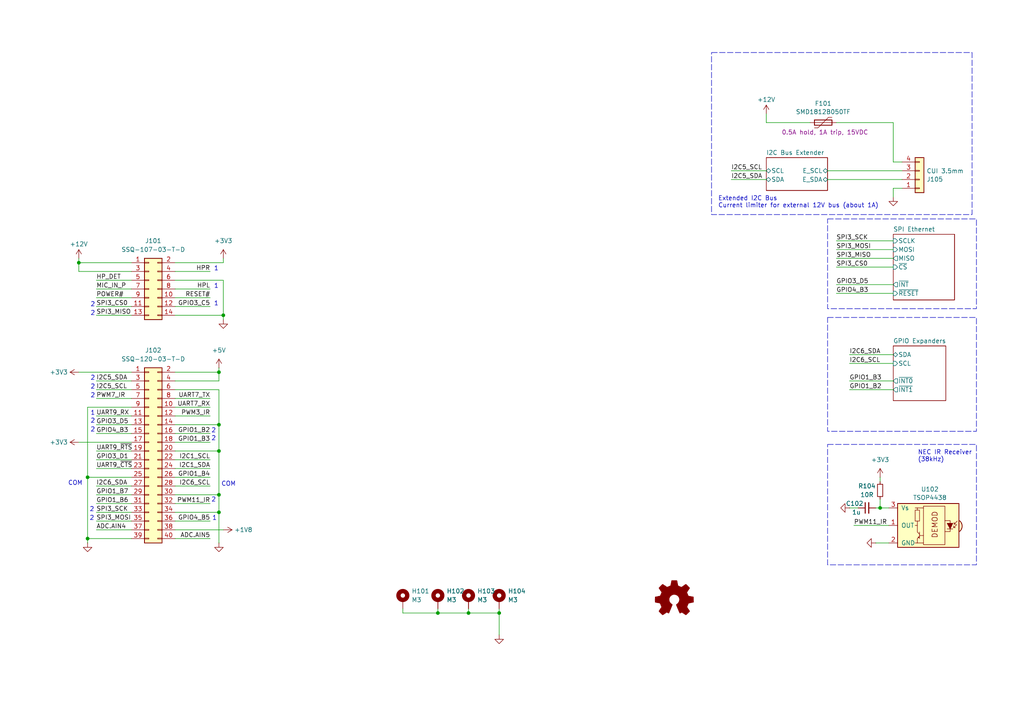
<source format=kicad_sch>
(kicad_sch (version 20231120) (generator "eeschema") (generator_version "8.0")
  (paper "A4")
  (title_block (title "M2 Home Server Addon") (date "2024-09-11") (company "mctom"))
  (lib_symbols
    (symbol "+12V_1" (power) (pin_numbers hide) (pin_names (offset 0) hide)
      (property "Value" "+12V" (at 0 3.556 0))
      (symbol "+12V_1_0_1"
        (polyline (pts (xy -0.762 1.27) (xy 0 2.54)))
        (polyline (pts (xy 0 0) (xy 0 2.54)))
        (polyline (pts (xy 0 2.54) (xy 0.762 1.27)))
      )
      (symbol "+12V_1_1_1"
        (pin power_in line (at 0 0 90) (length 0) (name "~") (number "1"))
      )
    )
    (symbol "Connector_Generic:Conn_01x04" (pin_names (offset 1.016) hide)
      (property "Reference" "J" (at 0 5.08 0))
      (property "Value" "Conn_01x04" (at 0 -7.62 0))
      (symbol "Conn_01x04_1_1"
        (rectangle (start -1.27 -4.953) (end 0 -5.207) (stroke (width 0.1524)))
        (rectangle (start -1.27 -2.413) (end 0 -2.667) (stroke (width 0.1524)))
        (rectangle (start -1.27 0.127) (end 0 -0.127) (stroke (width 0.1524)))
        (rectangle (start -1.27 2.667) (end 0 2.413) (stroke (width 0.1524)))
        (rectangle (start -1.27 3.81) (end 1.27 -6.35) (stroke (width 0.254)) (fill (type background)))
        (pin passive line (at -5.08 2.54 0) (length 3.81) (name "Pin_1") (number "1"))
        (pin passive line (at -5.08 0 0) (length 3.81) (name "Pin_2") (number "2"))
        (pin passive line (at -5.08 -2.54 0) (length 3.81) (name "Pin_3") (number "3"))
        (pin passive line (at -5.08 -5.08 0) (length 3.81) (name "Pin_4") (number "4"))
      )
    )
    (symbol "Connector_Generic:Conn_02x07_Odd_Even" (pin_names (offset 1.016) hide)
      (property "Reference" "J" (at 1.27 10.16 0))
      (property "Value" "Conn_02x07_Odd_Even" (at 1.27 -10.16 0))
      (symbol "Conn_02x07_Odd_Even_1_1"
        (rectangle (start -1.27 -7.493) (end 0 -7.747) (stroke (width 0.1524)))
        (rectangle (start -1.27 -4.953) (end 0 -5.207) (stroke (width 0.1524)))
        (rectangle (start -1.27 -2.413) (end 0 -2.667) (stroke (width 0.1524)))
        (rectangle (start -1.27 0.127) (end 0 -0.127) (stroke (width 0.1524)))
        (rectangle (start -1.27 2.667) (end 0 2.413) (stroke (width 0.1524)))
        (rectangle (start -1.27 5.207) (end 0 4.953) (stroke (width 0.1524)))
        (rectangle (start -1.27 7.747) (end 0 7.493) (stroke (width 0.1524)))
        (rectangle (start -1.27 8.89) (end 3.81 -8.89) (stroke (width 0.254)) (fill (type background)))
        (rectangle (start 3.81 -7.493) (end 2.54 -7.747) (stroke (width 0.1524)))
        (rectangle (start 3.81 -4.953) (end 2.54 -5.207) (stroke (width 0.1524)))
        (rectangle (start 3.81 -2.413) (end 2.54 -2.667) (stroke (width 0.1524)))
        (rectangle (start 3.81 0.127) (end 2.54 -0.127) (stroke (width 0.1524)))
        (rectangle (start 3.81 2.667) (end 2.54 2.413) (stroke (width 0.1524)))
        (rectangle (start 3.81 5.207) (end 2.54 4.953) (stroke (width 0.1524)))
        (rectangle (start 3.81 7.747) (end 2.54 7.493) (stroke (width 0.1524)))
        (pin passive line (at -5.08 7.62 0) (length 3.81) (name "Pin_1") (number "1"))
        (pin passive line (at 7.62 -2.54 180) (length 3.81) (name "Pin_10") (number "10"))
        (pin passive line (at -5.08 -5.08 0) (length 3.81) (name "Pin_11") (number "11"))
        (pin passive line (at 7.62 -5.08 180) (length 3.81) (name "Pin_12") (number "12"))
        (pin passive line (at -5.08 -7.62 0) (length 3.81) (name "Pin_13") (number "13"))
        (pin passive line (at 7.62 -7.62 180) (length 3.81) (name "Pin_14") (number "14"))
        (pin passive line (at 7.62 7.62 180) (length 3.81) (name "Pin_2") (number "2"))
        (pin passive line (at -5.08 5.08 0) (length 3.81) (name "Pin_3") (number "3"))
        (pin passive line (at 7.62 5.08 180) (length 3.81) (name "Pin_4") (number "4"))
        (pin passive line (at -5.08 2.54 0) (length 3.81) (name "Pin_5") (number "5"))
        (pin passive line (at 7.62 2.54 180) (length 3.81) (name "Pin_6") (number "6"))
        (pin passive line (at -5.08 0 0) (length 3.81) (name "Pin_7") (number "7"))
        (pin passive line (at 7.62 0 180) (length 3.81) (name "Pin_8") (number "8"))
        (pin passive line (at -5.08 -2.54 0) (length 3.81) (name "Pin_9") (number "9"))
      )
    )
    (symbol "Connector_Generic:Conn_02x20_Odd_Even" (pin_names (offset 1.016) hide)
      (property "Reference" "J" (at 1.27 25.4 0))
      (property "Value" "Conn_02x20_Odd_Even" (at 1.27 -27.94 0))
      (symbol "Conn_02x20_Odd_Even_1_1"
        (rectangle (start -1.27 -25.273) (end 0 -25.527) (stroke (width 0.1524)))
        (rectangle (start -1.27 -22.733) (end 0 -22.987) (stroke (width 0.1524)))
        (rectangle (start -1.27 -20.193) (end 0 -20.447) (stroke (width 0.1524)))
        (rectangle (start -1.27 -17.653) (end 0 -17.907) (stroke (width 0.1524)))
        (rectangle (start -1.27 -15.113) (end 0 -15.367) (stroke (width 0.1524)))
        (rectangle (start -1.27 -12.573) (end 0 -12.827) (stroke (width 0.1524)))
        (rectangle (start -1.27 -10.033) (end 0 -10.287) (stroke (width 0.1524)))
        (rectangle (start -1.27 -7.493) (end 0 -7.747) (stroke (width 0.1524)))
        (rectangle (start -1.27 -4.953) (end 0 -5.207) (stroke (width 0.1524)))
        (rectangle (start -1.27 -2.413) (end 0 -2.667) (stroke (width 0.1524)))
        (rectangle (start -1.27 0.127) (end 0 -0.127) (stroke (width 0.1524)))
        (rectangle (start -1.27 2.667) (end 0 2.413) (stroke (width 0.1524)))
        (rectangle (start -1.27 5.207) (end 0 4.953) (stroke (width 0.1524)))
        (rectangle (start -1.27 7.747) (end 0 7.493) (stroke (width 0.1524)))
        (rectangle (start -1.27 10.287) (end 0 10.033) (stroke (width 0.1524)))
        (rectangle (start -1.27 12.827) (end 0 12.573) (stroke (width 0.1524)))
        (rectangle (start -1.27 15.367) (end 0 15.113) (stroke (width 0.1524)))
        (rectangle (start -1.27 17.907) (end 0 17.653) (stroke (width 0.1524)))
        (rectangle (start -1.27 20.447) (end 0 20.193) (stroke (width 0.1524)))
        (rectangle (start -1.27 22.987) (end 0 22.733) (stroke (width 0.1524)))
        (rectangle (start -1.27 24.13) (end 3.81 -26.67) (stroke (width 0.254)) (fill (type background)))
        (rectangle (start 3.81 -25.273) (end 2.54 -25.527) (stroke (width 0.1524)))
        (rectangle (start 3.81 -22.733) (end 2.54 -22.987) (stroke (width 0.1524)))
        (rectangle (start 3.81 -20.193) (end 2.54 -20.447) (stroke (width 0.1524)))
        (rectangle (start 3.81 -17.653) (end 2.54 -17.907) (stroke (width 0.1524)))
        (rectangle (start 3.81 -15.113) (end 2.54 -15.367) (stroke (width 0.1524)))
        (rectangle (start 3.81 -12.573) (end 2.54 -12.827) (stroke (width 0.1524)))
        (rectangle (start 3.81 -10.033) (end 2.54 -10.287) (stroke (width 0.1524)))
        (rectangle (start 3.81 -7.493) (end 2.54 -7.747) (stroke (width 0.1524)))
        (rectangle (start 3.81 -4.953) (end 2.54 -5.207) (stroke (width 0.1524)))
        (rectangle (start 3.81 -2.413) (end 2.54 -2.667) (stroke (width 0.1524)))
        (rectangle (start 3.81 0.127) (end 2.54 -0.127) (stroke (width 0.1524)))
        (rectangle (start 3.81 2.667) (end 2.54 2.413) (stroke (width 0.1524)))
        (rectangle (start 3.81 5.207) (end 2.54 4.953) (stroke (width 0.1524)))
        (rectangle (start 3.81 7.747) (end 2.54 7.493) (stroke (width 0.1524)))
        (rectangle (start 3.81 10.287) (end 2.54 10.033) (stroke (width 0.1524)))
        (rectangle (start 3.81 12.827) (end 2.54 12.573) (stroke (width 0.1524)))
        (rectangle (start 3.81 15.367) (end 2.54 15.113) (stroke (width 0.1524)))
        (rectangle (start 3.81 17.907) (end 2.54 17.653) (stroke (width 0.1524)))
        (rectangle (start 3.81 20.447) (end 2.54 20.193) (stroke (width 0.1524)))
        (rectangle (start 3.81 22.987) (end 2.54 22.733) (stroke (width 0.1524)))
        (pin passive line (at -5.08 22.86 0) (length 3.81) (name "Pin_1") (number "1"))
        (pin passive line (at 7.62 12.7 180) (length 3.81) (name "Pin_10") (number "10"))
        (pin passive line (at -5.08 10.16 0) (length 3.81) (name "Pin_11") (number "11"))
        (pin passive line (at 7.62 10.16 180) (length 3.81) (name "Pin_12") (number "12"))
        (pin passive line (at -5.08 7.62 0) (length 3.81) (name "Pin_13") (number "13"))
        (pin passive line (at 7.62 7.62 180) (length 3.81) (name "Pin_14") (number "14"))
        (pin passive line (at -5.08 5.08 0) (length 3.81) (name "Pin_15") (number "15"))
        (pin passive line (at 7.62 5.08 180) (length 3.81) (name "Pin_16") (number "16"))
        (pin passive line (at -5.08 2.54 0) (length 3.81) (name "Pin_17") (number "17"))
        (pin passive line (at 7.62 2.54 180) (length 3.81) (name "Pin_18") (number "18"))
        (pin passive line (at -5.08 0 0) (length 3.81) (name "Pin_19") (number "19"))
        (pin passive line (at 7.62 22.86 180) (length 3.81) (name "Pin_2") (number "2"))
        (pin passive line (at 7.62 0 180) (length 3.81) (name "Pin_20") (number "20"))
        (pin passive line (at -5.08 -2.54 0) (length 3.81) (name "Pin_21") (number "21"))
        (pin passive line (at 7.62 -2.54 180) (length 3.81) (name "Pin_22") (number "22"))
        (pin passive line (at -5.08 -5.08 0) (length 3.81) (name "Pin_23") (number "23"))
        (pin passive line (at 7.62 -5.08 180) (length 3.81) (name "Pin_24") (number "24"))
        (pin passive line (at -5.08 -7.62 0) (length 3.81) (name "Pin_25") (number "25"))
        (pin passive line (at 7.62 -7.62 180) (length 3.81) (name "Pin_26") (number "26"))
        (pin passive line (at -5.08 -10.16 0) (length 3.81) (name "Pin_27") (number "27"))
        (pin passive line (at 7.62 -10.16 180) (length 3.81) (name "Pin_28") (number "28"))
        (pin passive line (at -5.08 -12.7 0) (length 3.81) (name "Pin_29") (number "29"))
        (pin passive line (at -5.08 20.32 0) (length 3.81) (name "Pin_3") (number "3"))
        (pin passive line (at 7.62 -12.7 180) (length 3.81) (name "Pin_30") (number "30"))
        (pin passive line (at -5.08 -15.24 0) (length 3.81) (name "Pin_31") (number "31"))
        (pin passive line (at 7.62 -15.24 180) (length 3.81) (name "Pin_32") (number "32"))
        (pin passive line (at -5.08 -17.78 0) (length 3.81) (name "Pin_33") (number "33"))
        (pin passive line (at 7.62 -17.78 180) (length 3.81) (name "Pin_34") (number "34"))
        (pin passive line (at -5.08 -20.32 0) (length 3.81) (name "Pin_35") (number "35"))
        (pin passive line (at 7.62 -20.32 180) (length 3.81) (name "Pin_36") (number "36"))
        (pin passive line (at -5.08 -22.86 0) (length 3.81) (name "Pin_37") (number "37"))
        (pin passive line (at 7.62 -22.86 180) (length 3.81) (name "Pin_38") (number "38"))
        (pin passive line (at -5.08 -25.4 0) (length 3.81) (name "Pin_39") (number "39"))
        (pin passive line (at 7.62 20.32 180) (length 3.81) (name "Pin_4") (number "4"))
        (pin passive line (at 7.62 -25.4 180) (length 3.81) (name "Pin_40") (number "40"))
        (pin passive line (at -5.08 17.78 0) (length 3.81) (name "Pin_5") (number "5"))
        (pin passive line (at 7.62 17.78 180) (length 3.81) (name "Pin_6") (number "6"))
        (pin passive line (at -5.08 15.24 0) (length 3.81) (name "Pin_7") (number "7"))
        (pin passive line (at 7.62 15.24 180) (length 3.81) (name "Pin_8") (number "8"))
        (pin passive line (at -5.08 12.7 0) (length 3.81) (name "Pin_9") (number "9"))
      )
    )
    (symbol "Device:C_Small" (pin_numbers hide) (pin_names (offset 0.254) hide)
      (property "Reference" "C" (at 0.254 1.778 0))
      (property "Value" "C_Small" (at 0.254 -2.032 0))
      (symbol "C_Small_0_1"
        (polyline (pts (xy -1.524 -0.508) (xy 1.524 -0.508)) (stroke (width 0.3302)))
        (polyline (pts (xy -1.524 0.508) (xy 1.524 0.508)) (stroke (width 0.3048)))
      )
      (symbol "C_Small_1_1"
        (pin passive line (at 0 2.54 270) (length 2.032) (name "~") (number "1"))
        (pin passive line (at 0 -2.54 90) (length 2.032) (name "~") (number "2"))
      )
    )
    (symbol "Device:Polyfuse" (pin_numbers hide) (pin_names (offset 0))
      (property "Reference" "F" (at -2.54 0 90))
      (property "Value" "Polyfuse" (at 2.54 0 90))
      (symbol "Polyfuse_0_1"
        (rectangle (start -0.762 2.54) (end 0.762 -2.54) (stroke (width 0.254)))
        (polyline (pts (xy 0 2.54) (xy 0 -2.54)))
        (polyline (pts (xy -1.524 2.54) (xy -1.524 1.524) (xy 1.524 -1.524) (xy 1.524 -2.54)))
      )
      (symbol "Polyfuse_1_1"
        (pin passive line (at 0 3.81 270) (length 1.27) (name "~") (number "1"))
        (pin passive line (at 0 -3.81 90) (length 1.27) (name "~") (number "2"))
      )
    )
    (symbol "Device:R_Small" (pin_numbers hide) (pin_names (offset 0.254) hide)
      (property "Reference" "R" (at 0.762 0.508 0))
      (property "Value" "R_Small" (at 0.762 -1.016 0))
      (symbol "R_Small_0_1"
        (rectangle (start -0.762 1.778) (end 0.762 -1.778) (stroke (width 0.2032)))
      )
      (symbol "R_Small_1_1"
        (pin passive line (at 0 2.54 270) (length 0.762) (name "~") (number "1"))
        (pin passive line (at 0 -2.54 90) (length 0.762) (name "~") (number "2"))
      )
    )
    (symbol "Graphic:Logo_Open_Hardware_Small" (in_bom no) (on_board no)
      (symbol "Logo_Open_Hardware_Small_0_1"
        (polyline (pts (xy 3.3528 -4.3434) (xy 3.302 -4.318) (xy 3.175 -4.2418) (xy 2.9972 -4.1148) (xy 2.7686 -3.9624) (xy 2.54 -3.81) (xy 2.3622 -3.7084) (xy 2.2352 -3.6068) (xy 2.1844 -3.5814) (xy 2.159 -3.6068) (xy 2.0574 -3.6576) (xy 1.905 -3.7338) (xy 1.8034 -3.7846) (xy 1.6764 -3.8354) (xy 1.6002 -3.8354) (xy 1.6002 -3.8354) (xy 1.5494 -3.7338) (xy 1.4732 -3.5306) (xy 1.3462 -3.302) (xy 1.2446 -3.0226) (xy 1.1176 -2.7178) (xy 0.9652 -2.413) (xy 0.8636 -2.1082) (xy 0.7366 -1.8288) (xy 0.6604 -1.6256) (xy 0.6096 -1.4732) (xy 0.5842 -1.397) (xy 0.5842 -1.397) (xy 0.6604 -1.3208) (xy 0.7874 -1.2446) (xy 1.0414 -1.016) (xy 1.2954 -0.6858) (xy 1.4478 -0.3302) (xy 1.524 0.0762) (xy 1.4732 0.4572) (xy 1.3208 0.8128) (xy 1.0668 1.143) (xy 0.762 1.3716) (xy 0.4064 1.524) (xy 0 1.5748) (xy -0.381 1.5494) (xy -0.7366 1.397) (xy -1.0668 1.143) (xy -1.2192 0.9906) (xy -1.397 0.6604) (xy -1.524 0.3048) (xy -1.524 0.2286) (xy -1.4986 -0.1778) (xy -1.397 -0.5334) (xy -1.1938 -0.8636) (xy -0.9144 -1.143) (xy -0.8636 -1.1684) (xy -0.7366 -1.27) (xy -0.635 -1.3462) (xy -0.5842 -1.397) (xy -1.0668 -2.5908) (xy -1.143 -2.794) (xy -1.2954 -3.1242) (xy -1.397 -3.4036) (xy -1.4986 -3.6322) (xy -1.5748 -3.7846) (xy -1.6002 -3.8354) (xy -1.6002 -3.8354) (xy -1.651 -3.8354) (xy -1.7272 -3.81) (xy -1.905 -3.7338) (xy -2.0066 -3.683) (xy -2.1336 -3.6068) (xy -2.2098 -3.5814) (xy -2.2606 -3.6068) (xy -2.3622 -3.683) (xy -2.54 -3.81) (xy -2.7686 -3.9624) (xy -2.9718 -4.0894) (xy -3.1496 -4.2164) (xy -3.302 -4.318) (xy -3.3528 -4.3434) (xy -3.3782 -4.3434) (xy -3.429 -4.318) (xy -3.5306 -4.2164) (xy -3.7084 -4.064) (xy -3.937 -3.8354) (xy -3.9624 -3.81) (xy -4.1656 -3.6068) (xy -4.318 -3.4544) (xy -4.4196 -3.3274) (xy -4.445 -3.2766) (xy -4.445 -3.2766) (xy -4.4196 -3.2258) (xy -4.318 -3.0734) (xy -4.2164 -2.8956) (xy -4.064 -2.667) (xy -3.6576 -2.0828) (xy -3.8862 -1.5494) (xy -3.937 -1.3716) (xy -4.0386 -1.1684) (xy -4.0894 -1.0414) (xy -4.1148 -0.9652) (xy -4.191 -0.9398) (xy -4.318 -0.9144) (xy -4.5466 -0.8636) (xy -4.8006 -0.8128) (xy -5.0546 -0.7874) (xy -5.2578 -0.7366) (xy -5.4356 -0.7112) (xy -5.5118 -0.6858) (xy -5.5118 -0.6858) (xy -5.5372 -0.635) (xy -5.5372 -0.5588) (xy -5.5372 -0.4318) (xy -5.5626 -0.2286) (xy -5.5626 0.0762) (xy -5.5626 0.127) (xy -5.5372 0.4064) (xy -5.5372 0.635) (xy -5.5372 0.762) (xy -5.5372 0.8382) (xy -5.5372 0.8382) (xy -5.461 0.8382) (xy -5.3086 0.889) (xy -5.08 0.9144) (xy -4.826 0.9652) (xy -4.8006 0.9906) (xy -4.5466 1.0414) (xy -4.318 1.0668) (xy -4.1656 1.1176) (xy -4.0894 1.143) (xy -4.0894 1.143) (xy -4.0386 1.2446) (xy -3.9624 1.4224) (xy -3.8608 1.6256) (xy -3.7846 1.8288) (xy -3.7084 2.0066) (xy -3.6576 2.159) (xy -3.6322 2.2098) (xy -3.6322 2.2098) (xy -3.683 2.286) (xy -3.7592 2.413) (xy -3.8862 2.5908) (xy -4.064 2.8194) (xy -4.064 2.8448) (xy -4.2164 3.0734) (xy -4.3434 3.2512) (xy -4.4196 3.3782) (xy -4.445 3.4544) (xy -4.445 3.4544) (xy -4.3942 3.5052) (xy -4.2926 3.6322) (xy -4.1148 3.81) (xy -3.937 4.0132) (xy -3.8608 4.064) (xy -3.6576 4.2926) (xy -3.5052 4.4196) (xy -3.4036 4.4958) (xy -3.3528 4.5212) (xy -3.3528 4.5212) (xy -3.302 4.4704) (xy -3.1496 4.3688) (xy -2.9718 4.2418) (xy -2.7432 4.0894) (xy -2.7178 4.0894) (xy -2.4892 3.937) (xy -2.3114 3.81) (xy -2.1844 3.7084) (xy -2.1336 3.683) (xy -2.1082 3.683) (xy -2.032 3.7084) (xy -1.8542 3.7592) (xy -1.6764 3.8354) (xy -1.4732 3.937) (xy -1.27 4.0132) (xy -1.143 4.064) (xy -1.0668 4.1148) (xy -1.0668 4.1148) (xy -1.0414 4.191) (xy -1.016 4.3434) (xy -0.9652 4.572) (xy -0.9144 4.8514) (xy -0.889 4.9022) (xy -0.8382 5.1562) (xy -0.8128 5.3848) (xy -0.7874 5.5372) (xy -0.762 5.588) (xy -0.7112 5.6134) (xy -0.5842 5.6134) (xy -0.4064 5.6134) (xy -0.1524 5.6134) (xy 0.0762 5.6134) (xy 0.3302 5.6134) (xy 0.5334 5.6134) (xy 0.6858 5.588) (xy 0.7366 5.588) (xy 0.7366 5.588) (xy 0.762 5.5118) (xy 0.8128 5.334) (xy 0.8382 5.1054) (xy 0.9144 4.826) (xy 0.9144 4.7752) (xy 0.9652 4.5212) (xy 1.016 4.2926) (xy 1.0414 4.1402) (xy 1.0668 4.0894) (xy 1.0668 4.0894) (xy 1.1938 4.0386) (xy 1.3716 3.9624) (xy 1.5748 3.8608) (xy 2.0828 3.6576) (xy 2.7178 4.0894) (xy 2.7686 4.1402) (xy 2.9972 4.2926) (xy 3.175 4.4196) (xy 3.302 4.4958) (xy 3.3782 4.5212) (xy 3.3782 4.5212) (xy 3.429 4.4704) (xy 3.556 4.3434) (xy 3.7338 4.191) (xy 3.9116 3.9878) (xy 4.064 3.8354) (xy 4.2418 3.6576) (xy 4.3434 3.556) (xy 4.4196 3.4798) (xy 4.4196 3.429) (xy 4.4196 3.4036) (xy 4.3942 3.3274) (xy 4.2926 3.2004) (xy 4.1656 2.9972) (xy 4.0132 2.794) (xy 3.8862 2.5908) (xy 3.7592 2.3876) (xy 3.6576 2.2352) (xy 3.6322 2.159) (xy 3.6322 2.1336) (xy 3.683 2.0066) (xy 3.7592 1.8288) (xy 3.8608 1.6002) (xy 4.064 1.1176) (xy 4.3942 1.0414) (xy 4.5974 1.016) (xy 4.8768 0.9652) (xy 5.1308 0.9144) (xy 5.5372 0.8382) (xy 5.5626 -0.6604) (xy 5.4864 -0.6858) (xy 5.4356 -0.6858) (xy 5.2832 -0.7366) (xy 5.0546 -0.762) (xy 4.8006 -0.8128) (xy 4.5974 -0.8636) (xy 4.3688 -0.9144) (xy 4.2164 -0.9398) (xy 4.1402 -0.9398) (xy 4.1148 -0.9652) (xy 4.064 -1.0668) (xy 3.9878 -1.2446) (xy 3.9116 -1.4478) (xy 3.81 -1.651) (xy 3.7338 -1.8542) (xy 3.683 -2.0066) (xy 3.6576 -2.0828) (xy 3.683 -2.1336) (xy 3.7846 -2.2606) (xy 3.8862 -2.4638) (xy 4.0386 -2.667) (xy 4.191 -2.8956) (xy 4.318 -3.0734) (xy 4.3942 -3.2004) (xy 4.445 -3.2766) (xy 4.4196 -3.3274) (xy 4.3434 -3.429) (xy 4.1656 -3.5814) (xy 3.937 -3.8354) (xy 3.8862 -3.8608) (xy 3.683 -4.064) (xy 3.5306 -4.2164) (xy 3.4036 -4.318) (xy 3.3528 -4.3434)) (fill (type outline)))
      )
    )
    (symbol "Interface_Optical:TSOP34S40F" (pin_names (offset 1.016))
      (property "Reference" "U" (at -10.16 7.62 0))
      (property "Value" "TSOP34S40F" (at -10.16 -7.62 0))
      (symbol "TSOP34S40F_0_0"
        (arc (start -10.287 1.397) (mid -11.0899 -0.1852) (end -10.287 -1.778) (stroke (width 0.254)) (fill (type background)))
        (polyline (pts (xy 1.905 -5.08) (xy 0.127 -5.08)))
        (polyline (pts (xy 1.905 5.08) (xy 0.127 5.08)))
        (text "DEMOD" (at -3.175 0.254 900) (effects (font (size 1.524 1.524))))
      )
      (symbol "TSOP34S40F_0_1"
        (rectangle (start -6.096 5.588) (end 0.127 -5.588))
        (polyline (pts (xy -8.763 0.381) (xy -9.652 1.27)))
        (polyline (pts (xy -8.763 0.381) (xy -9.271 0.381)))
        (polyline (pts (xy -8.763 0.381) (xy -8.763 0.889)))
        (polyline (pts (xy -8.636 -0.635) (xy -9.525 0.254)))
        (polyline (pts (xy -8.636 -0.635) (xy -9.144 -0.635)))
        (polyline (pts (xy -8.636 -0.635) (xy -8.636 -0.127)))
        (polyline (pts (xy -8.382 -1.016) (xy -6.731 -1.016)))
        (polyline (pts (xy 1.27 -2.921) (xy 0.127 -2.921)))
        (polyline (pts (xy 1.27 -1.905) (xy 1.27 -3.81)))
        (polyline (pts (xy 1.397 -3.556) (xy 1.524 -3.556)))
        (polyline (pts (xy 1.651 -3.556) (xy 1.524 -3.556)))
        (polyline (pts (xy 1.651 -3.556) (xy 1.651 -3.302)))
        (polyline (pts (xy 1.905 0) (xy 1.905 1.27)))
        (polyline (pts (xy 1.905 4.445) (xy 1.905 5.08) (xy 2.54 5.08)))
        (polyline (pts (xy -8.382 0.635) (xy -6.731 0.635) (xy -7.62 -1.016) (xy -8.382 0.635)) (fill (type outline)))
        (polyline (pts (xy -6.096 1.397) (xy -7.62 1.397) (xy -7.62 -1.778) (xy -6.096 -1.778)))
        (polyline (pts (xy 1.27 -3.175) (xy 1.905 -3.81) (xy 1.905 -5.08) (xy 2.54 -5.08)))
        (polyline (pts (xy 1.27 -2.54) (xy 1.905 -1.905) (xy 1.905 0) (xy 2.54 0)))
        (rectangle (start 2.54 1.27) (end 1.27 4.445))
        (rectangle (start 7.62 6.35) (end -10.16 -6.35) (stroke (width 0.254)) (fill (type background)))
      )
      (symbol "TSOP34S40F_1_1"
        (pin output line (at 10.16 0 180) (length 2.54) (name "OUT") (number "1"))
        (pin power_in line (at 10.16 -5.08 180) (length 2.54) (name "GND") (number "2"))
        (pin power_in line (at 10.16 5.08 180) (length 2.54) (name "Vs") (number "3"))
      )
    )
    (symbol "Mechanical:MountingHole_Pad" (pin_numbers hide) (pin_names (offset 1.016) hide) (exclude_from_sim yes) (in_bom no)
      (property "Reference" "H" (at 0 6.35 0))
      (property "Value" "MountingHole_Pad" (at 0 4.445 0))
      (symbol "MountingHole_Pad_0_1"
        (circle (center 0 1.27) (radius 1.27) (stroke (width 1.27)))
      )
      (symbol "MountingHole_Pad_1_1"
        (pin input line (at 0 -2.54 90) (length 2.54) (name "1") (number "1"))
      )
    )
    (symbol "power:+1V8" (power) (pin_numbers hide) (pin_names (offset 0) hide)
      (property "Value" "+1V8" (at 0 3.556 0))
      (symbol "+1V8_0_1"
        (polyline (pts (xy -0.762 1.27) (xy 0 2.54)))
        (polyline (pts (xy 0 0) (xy 0 2.54)))
        (polyline (pts (xy 0 2.54) (xy 0.762 1.27)))
      )
      (symbol "+1V8_1_1"
        (pin power_in line (at 0 0 90) (length 0) (name "~") (number "1"))
      )
    )
    (symbol "power:+3V3" (power) (pin_numbers hide) (pin_names (offset 0) hide)
      (property "Value" "+3V3" (at 0 3.556 0))
      (symbol "+3V3_0_1"
        (polyline (pts (xy -0.762 1.27) (xy 0 2.54)))
        (polyline (pts (xy 0 0) (xy 0 2.54)))
        (polyline (pts (xy 0 2.54) (xy 0.762 1.27)))
      )
      (symbol "+3V3_1_1"
        (pin power_in line (at 0 0 90) (length 0) (name "~") (number "1"))
      )
    )
    (symbol "power:+5V" (power) (pin_numbers hide) (pin_names (offset 0) hide)
      (property "Value" "+5V" (at 0 3.556 0))
      (symbol "+5V_0_1"
        (polyline (pts (xy -0.762 1.27) (xy 0 2.54)))
        (polyline (pts (xy 0 0) (xy 0 2.54)))
        (polyline (pts (xy 0 2.54) (xy 0.762 1.27)))
      )
      (symbol "+5V_1_1"
        (pin power_in line (at 0 0 90) (length 0) (name "~") (number "1"))
      )
    )
    (symbol "power:GND" (power) (pin_numbers hide) (pin_names (offset 0) hide)
      (property "Value" "GND" (at 0 -3.81 0))
      (symbol "GND_0_1"
        (polyline (pts (xy 0 0) (xy 0 -1.27) (xy 1.27 -1.27) (xy 0 -2.54) (xy -1.27 -1.27) (xy 0 -1.27)))
      )
      (symbol "GND_1_1"
        (pin power_in line (at 0 0 270) (length 0) (name "~") (number "1"))
      )
    )
  )
  (junction (at 63.5 130.81))
  (junction (at 127 177.8))
  (junction (at 22.86 76.2))
  (junction (at 63.5 107.95))
  (junction (at 64.77 91.44))
  (junction (at 63.5 143.51))
  (junction (at 255.27 147.32))
  (junction (at 135.89 177.8))
  (junction (at 63.5 148.59))
  (junction (at 144.78 177.8))
  (junction (at 25.4 138.43))
  (junction (at 25.4 156.21))
  (junction (at 63.5 123.19))
  (wire (pts (xy 234.95 35.56) (xy 222.25 35.56)))
  (wire (pts (xy 27.94 88.9) (xy 38.1 88.9)))
  (wire (pts (xy 27.94 120.65) (xy 38.1 120.65)))
  (wire (pts (xy 63.5 123.19) (xy 63.5 113.03)))
  (wire (pts (xy 27.94 133.35) (xy 38.1 133.35)))
  (wire (pts (xy 64.77 91.44) (xy 64.77 81.28)))
  (wire (pts (xy 50.8 151.13) (xy 60.96 151.13)))
  (wire (pts (xy 50.8 86.36) (xy 60.96 86.36)))
  (wire (pts (xy 50.8 128.27) (xy 60.96 128.27)))
  (wire (pts (xy 64.77 81.28) (xy 50.8 81.28)))
  (wire (pts (xy 50.8 110.49) (xy 63.5 110.49)))
  (wire (pts (xy 25.4 138.43) (xy 25.4 118.11)))
  (wire (pts (xy 27.94 148.59) (xy 38.1 148.59)))
  (wire (pts (xy 50.8 76.2) (xy 64.77 76.2)))
  (wire (pts (xy 242.57 35.56) (xy 259.08 35.56)))
  (wire (pts (xy 246.38 113.03) (xy 259.08 113.03)))
  (wire (pts (xy 242.57 72.39) (xy 259.08 72.39)))
  (wire (pts (xy 63.5 107.95) (xy 63.5 106.68)))
  (wire (pts (xy 22.86 78.74) (xy 22.86 76.2)))
  (wire (pts (xy 63.5 107.95) (xy 50.8 107.95)))
  (wire (pts (xy 27.94 151.13) (xy 38.1 151.13)))
  (wire (pts (xy 135.89 176.53) (xy 135.89 177.8)))
  (wire (pts (xy 27.94 81.28) (xy 38.1 81.28)))
  (wire (pts (xy 27.94 130.81) (xy 38.1 130.81)))
  (wire (pts (xy 27.94 91.44) (xy 38.1 91.44)))
  (wire (pts (xy 144.78 176.53) (xy 144.78 177.8)))
  (wire (pts (xy 25.4 156.21) (xy 38.1 156.21)))
  (wire (pts (xy 50.8 148.59) (xy 63.5 148.59)))
  (wire (pts (xy 50.8 123.19) (xy 63.5 123.19)))
  (wire (pts (xy 63.5 157.48) (xy 63.5 148.59)))
  (wire (pts (xy 64.77 76.2) (xy 64.77 74.93)))
  (wire (pts (xy 242.57 85.09) (xy 259.08 85.09)))
  (wire (pts (xy 242.57 77.47) (xy 259.08 77.47)))
  (wire (pts (xy 255.27 147.32) (xy 257.81 147.32)))
  (wire (pts (xy 27.94 115.57) (xy 38.1 115.57)))
  (wire (pts (xy 254 157.48) (xy 257.81 157.48)))
  (wire (pts (xy 212.09 49.53) (xy 222.25 49.53)))
  (wire (pts (xy 50.8 143.51) (xy 63.5 143.51)))
  (wire (pts (xy 25.4 138.43) (xy 25.4 156.21)))
  (wire (pts (xy 27.94 110.49) (xy 38.1 110.49)))
  (wire (pts (xy 246.38 110.49) (xy 259.08 110.49)))
  (wire (pts (xy 116.84 177.8) (xy 127 177.8)))
  (wire (pts (xy 50.8 91.44) (xy 64.77 91.44)))
  (wire (pts (xy 64.77 92.71) (xy 64.77 91.44)))
  (wire (pts (xy 27.94 113.03) (xy 38.1 113.03)))
  (wire (pts (xy 240.03 49.53) (xy 261.62 49.53)))
  (wire (pts (xy 246.38 105.41) (xy 259.08 105.41)))
  (wire (pts (xy 63.5 110.49) (xy 63.5 107.95)))
  (wire (pts (xy 25.4 157.48) (xy 25.4 156.21)))
  (wire (pts (xy 127 177.8) (xy 135.89 177.8)))
  (wire (pts (xy 242.57 69.85) (xy 259.08 69.85)))
  (wire (pts (xy 63.5 143.51) (xy 63.5 130.81)))
  (wire (pts (xy 60.96 156.21) (xy 50.8 156.21)))
  (wire (pts (xy 27.94 143.51) (xy 38.1 143.51)))
  (wire (pts (xy 261.62 46.99) (xy 259.08 46.99)))
  (wire (pts (xy 127 176.53) (xy 127 177.8)))
  (wire (pts (xy 50.8 78.74) (xy 60.96 78.74)))
  (wire (pts (xy 246.38 147.32) (xy 248.92 147.32)))
  (wire (pts (xy 135.89 177.8) (xy 144.78 177.8)))
  (wire (pts (xy 38.1 138.43) (xy 25.4 138.43)))
  (wire (pts (xy 25.4 118.11) (xy 38.1 118.11)))
  (wire (pts (xy 222.25 35.56) (xy 222.25 33.02)))
  (wire (pts (xy 50.8 130.81) (xy 63.5 130.81)))
  (wire (pts (xy 50.8 115.57) (xy 60.96 115.57)))
  (wire (pts (xy 50.8 133.35) (xy 60.96 133.35)))
  (wire (pts (xy 27.94 153.67) (xy 38.1 153.67)))
  (wire (pts (xy 50.8 140.97) (xy 60.96 140.97)))
  (wire (pts (xy 50.8 153.67) (xy 64.77 153.67)))
  (wire (pts (xy 27.94 125.73) (xy 38.1 125.73)))
  (wire (pts (xy 255.27 144.78) (xy 255.27 147.32)))
  (wire (pts (xy 38.1 128.27) (xy 22.86 128.27)))
  (wire (pts (xy 63.5 148.59) (xy 63.5 143.51)))
  (wire (pts (xy 50.8 125.73) (xy 60.96 125.73)))
  (wire (pts (xy 50.8 120.65) (xy 60.96 120.65)))
  (wire (pts (xy 27.94 86.36) (xy 38.1 86.36)))
  (wire (pts (xy 259.08 35.56) (xy 259.08 46.99)))
  (wire (pts (xy 50.8 135.89) (xy 60.96 135.89)))
  (wire (pts (xy 259.08 54.61) (xy 259.08 57.15)))
  (wire (pts (xy 22.86 76.2) (xy 38.1 76.2)))
  (wire (pts (xy 255.27 138.43) (xy 255.27 139.7)))
  (wire (pts (xy 144.78 177.8) (xy 144.78 184.15)))
  (wire (pts (xy 247.65 152.4) (xy 257.81 152.4)))
  (wire (pts (xy 27.94 83.82) (xy 38.1 83.82)))
  (wire (pts (xy 27.94 123.19) (xy 38.1 123.19)))
  (wire (pts (xy 50.8 146.05) (xy 60.96 146.05)))
  (wire (pts (xy 212.09 52.07) (xy 222.25 52.07)))
  (wire (pts (xy 242.57 74.93) (xy 259.08 74.93)))
  (wire (pts (xy 242.57 82.55) (xy 259.08 82.55)))
  (wire (pts (xy 50.8 118.11) (xy 60.96 118.11)))
  (wire (pts (xy 50.8 138.43) (xy 60.96 138.43)))
  (wire (pts (xy 22.86 107.95) (xy 38.1 107.95)))
  (wire (pts (xy 50.8 88.9) (xy 60.96 88.9)))
  (wire (pts (xy 27.94 135.89) (xy 38.1 135.89)))
  (wire (pts (xy 63.5 130.81) (xy 63.5 123.19)))
  (wire (pts (xy 22.86 74.93) (xy 22.86 76.2)))
  (wire (pts (xy 63.5 113.03) (xy 50.8 113.03)))
  (wire (pts (xy 254 147.32) (xy 255.27 147.32)))
  (wire (pts (xy 50.8 83.82) (xy 60.96 83.82)))
  (wire (pts (xy 240.03 52.07) (xy 261.62 52.07)))
  (wire (pts (xy 261.62 54.61) (xy 259.08 54.61)))
  (wire (pts (xy 27.94 146.05) (xy 38.1 146.05)))
  (wire (pts (xy 116.84 176.53) (xy 116.84 177.8)))
  (wire (pts (xy 38.1 78.74) (xy 22.86 78.74)))
  (wire (pts (xy 246.38 102.87) (xy 259.08 102.87)))
  (wire (pts (xy 27.94 140.97) (xy 38.1 140.97)))
  (rectangle (start 206.375 15.24) (end 281.94 62.23) (stroke (width 0) (type dash)))
  (rectangle (start 240.03 128.905) (end 283.21 163.83) (stroke (width 0) (type dash)))
  (rectangle (start 240.03 92.075) (end 283.21 125.095) (stroke (width 0) (type dash)))
  (rectangle (start 240.03 63.5) (end 283.21 89.535) (stroke (width 0) (type dash)))
  (image (at -77.47 69.85) (scale 0.515989))
  (text "COM" (at 66.294 140.462 0) (effects (font (size 1.27 1.27))))
  (text "NEC IR Receiver\n(38kHz)" (at 266.192 134.112 0) (effects (font (size 1.27 1.27)) (justify left bottom)))
  (text "2" (at 26.924 90.932 0) (effects (font (size 1.27 1.27))))
  (text "2" (at 26.67 150.368 0) (effects (font (size 1.27 1.27))))
  (text "2" (at 26.67 147.828 0) (effects (font (size 1.27 1.27))))
  (text "1" (at 62.738 83.058 0) (effects (font (size 1.27 1.27))))
  (text "1" (at 62.23 150.368 0) (effects (font (size 1.27 1.27))))
  (text "Extended I2C Bus\nCurrent limiter for external 12V bus (about 1A)" (at 208.28 60.452 0) (effects (font (size 1.27 1.27)) (justify left bottom)))
  (text "2" (at 61.976 124.968 0) (effects (font (size 1.27 1.27))))
  (text "2" (at 26.924 88.392 0) (effects (font (size 1.27 1.27))))
  (text "2" (at 61.976 127.254 0) (effects (font (size 1.27 1.27))))
  (text "2" (at 26.924 124.714 0) (effects (font (size 1.27 1.27))))
  (text "2" (at 26.924 114.808 0) (effects (font (size 1.27 1.27))))
  (text "COM" (at 21.844 140.208 0) (effects (font (size 1.27 1.27))))
  (text "1" (at 26.924 119.888 0) (effects (font (size 1.27 1.27))))
  (text "2" (at 26.924 109.728 0) (effects (font (size 1.27 1.27))))
  (text "2" (at 61.976 145.034 0) (effects (font (size 1.27 1.27))))
  (text "2" (at 26.924 112.268 0) (effects (font (size 1.27 1.27))))
  (text "1" (at 62.738 88.138 0) (effects (font (size 1.27 1.27))))
  (text "1" (at 62.738 77.978 0) (effects (font (size 1.27 1.27))))
  (text "2" (at 26.924 122.174 0) (effects (font (size 1.27 1.27))))
  (label "GPIO1_B6" (at 27.94 146.05 0))
  (label "I2C5_SDA" (at 212.09 52.07 0))
  (label "I2C6_SDA" (at 246.38 102.87 0))
  (label "I2C1_SCL" (at 60.96 133.35 180))
  (label "UART7_TX" (at 60.96 115.57 180))
  (label "GPIO1_B4" (at 60.96 138.43 180))
  (label "UART7_RX" (at 60.96 118.11 180))
  (label "GPIO4_B3" (at 242.57 85.09 0))
  (label "SPI3_SCK" (at 27.94 148.59 0))
  (label "I2C6_SCL" (at 246.38 105.41 0))
  (label "SPI3_MISO" (at 242.57 74.93 0))
  (label "GPIO1_B2" (at 246.38 113.03 0))
  (label "SPI3_CS0" (at 27.94 88.9 0))
  (label "ADC.AIN5" (at 60.96 156.21 180))
  (label "GPIO1_B3" (at 60.96 128.27 180))
  (label "I2C5_SCL" (at 27.94 113.03 0))
  (label "I2C6_SCL" (at 60.96 140.97 180))
  (label "I2C1_SDA" (at 60.96 135.89 180))
  (label "SPI3_CS0" (at 242.57 77.47 0))
  (label "SPI3_MOSI" (at 242.57 72.39 0))
  (label "RESET#" (at 60.96 86.36 180))
  (label "POWER#" (at 27.94 86.36 0))
  (label "UART9_~{RTS}" (at 27.94 130.81 0))
  (label "MIC_IN_P" (at 27.94 83.82 0))
  (label "GPIO1_B2" (at 60.96 125.73 180))
  (label "HP_DET" (at 27.94 81.28 0))
  (label "GPIO4_B5" (at 60.96 151.13 180))
  (label "SPI3_MOSI" (at 27.94 151.13 0))
  (label "GPIO3_D5" (at 242.57 82.55 0))
  (label "PWM11_IR" (at 247.65 152.4 0))
  (label "ADC.AIN4" (at 27.94 153.67 0))
  (label "SPI3_SCK" (at 242.57 69.85 0))
  (label "GPIO1_B7" (at 27.94 143.51 0))
  (label "PWM11_IR" (at 60.96 146.05 180))
  (label "PWM3_IR" (at 60.96 120.65 180))
  (label "GPIO3_D5" (at 27.94 123.19 0))
  (label "PWM7_IR" (at 27.94 115.57 0))
  (label "GPIO1_B3" (at 246.38 110.49 0))
  (label "UART9_RX" (at 27.94 120.65 0))
  (label "GPIO4_B3" (at 27.94 125.73 0))
  (label "UART9_~{CTS}" (at 27.94 135.89 0))
  (label "I2C5_SDA" (at 27.94 110.49 0))
  (label "I2C6_SDA" (at 27.94 140.97 0))
  (label "GPIO3_D1" (at 27.94 133.35 0))
  (label "SPI3_MISO" (at 27.94 91.44 0))
  (label "GPIO3_C5" (at 60.96 88.9 180))
  (label "I2C5_SCL" (at 212.09 49.53 0))
  (label "HPR" (at 60.96 78.74 180))
  (label "HPL" (at 60.96 83.82 180))
  (symbol (lib_id "Device:R_Small") (at 255.27 142.24 180) (unit 1)
    (property "Reference" "R104" (at 251.46 140.97 0))
    (property "Value" "10R" (at 251.46 143.51 0))
    (property "Footprint" "Resistor_SMD:R_0603_1608Metric" (effects (hide yes)))
  )
  (symbol (lib_id "Mechanical:MountingHole_Pad") (at 144.78 173.99 0) (unit 1) (exclude_from_sim yes) (in_bom no)
    (property "Reference" "H104" (at 147.32 171.4499 0) (effects (justify left)))
    (property "Value" "M3" (at 147.32 173.9899 0) (effects (justify left)))
    (property "Footprint" "MountingHole:MountingHole_3.2mm_M3_DIN965_Pad" (effects (hide yes)))
    (property "Description" "Mounting Hole with connection" (effects (hide yes)))
  )
  (symbol (lib_id "Device:C_Small") (at 251.46 147.32 90) (unit 1)
    (property "Reference" "C102" (at 250.444 146.05 90) (effects (justify left)))
    (property "Value" "1u" (at 249.682 148.59 90) (effects (justify left)))
    (property "Footprint" "Capacitor_SMD:C_0603_1608Metric" (effects (hide yes)))
  )
  (symbol (lib_id "power:GND") (at 63.5 157.48 0) (unit 1)
    (property "Reference" "#PWR0104" (effects (hide yes)))
    (property "Value" "GND" (effects (hide yes)))
  )
  (symbol (lib_id "power:+3V3") (at 64.77 74.93 0) (unit 1)
    (property "Reference" "#PWR0105" (effects (hide yes)))
    (property "Value" "+3V3" (at 64.77 69.85 0))
    (property "Description" "Power symbol creates a global label with name \"+3V3\"" (effects (hide yes)))
  )
  (symbol (lib_id "Connector_Generic:Conn_01x04") (at 266.7 52.07 0) (mirror x) (unit 1)
    (property "Reference" "J105" (at 268.732 52.0122 0) (effects (justify left)))
    (property "Value" "CUI 3.5mm" (at 268.732 49.5879 0) (effects (justify left)))
    (property "Footprint" "libs:CUI_TBP03R1-350-04BE" (effects (hide yes)))
  )
  (symbol (lib_id "power:+1V8") (at 64.77 153.67 270) (unit 1)
    (property "Reference" "#PWR0107" (effects (hide yes)))
    (property "Value" "+1V8" (at 67.945 153.67 90) (effects (justify left)))
    (property "Description" "Power symbol creates a global label with name \"+1V8\"" (effects (hide yes)))
  )
  (symbol (lib_id "power:+3V3") (at 255.27 138.43 0) (unit 1)
    (property "Reference" "#PWR0120" (effects (hide yes)))
    (property "Value" "+3V3" (at 255.27 133.35 0))
    (property "Description" "Power symbol creates a global label with name \"+3V3\"" (effects (hide yes)))
  )
  (symbol (lib_name "+12V_1") (lib_id "power:+12V") (at 22.86 74.93 0) (unit 1)
    (property "Reference" "#PWR0101" (effects (hide yes)))
    (property "Value" "+12V" (at 22.86 70.7969 0))
    (property "Description" "Power symbol creates a global label with name \"+12V\"" (effects (hide yes)))
  )
  (symbol (lib_id "power:GND") (at 246.38 147.32 270) (unit 1)
    (property "Reference" "#PWR0116" (effects (hide yes)))
    (property "Value" "GND" (effects (hide yes)))
  )
  (symbol (lib_id "power:GND") (at 64.77 92.71 0) (unit 1)
    (property "Reference" "#PWR0106" (effects (hide yes)))
    (property "Value" "GND" (effects (hide yes)))
  )
  (symbol (lib_id "Connector_Generic:Conn_02x20_Odd_Even") (at 43.18 130.81 0) (unit 1)
    (property "Reference" "J102" (at 44.45 101.6 0))
    (property "Value" "SSQ-120-03-T-D" (at 44.45 104.14 0))
    (property "Footprint" "Connector_PinSocket_2.54mm:PinSocket_2x20_P2.54mm_Vertical" (effects (hide yes)))
    (property "Description" "Generic connector, double row, 02x20, odd/even pin numbering scheme (row 1 odd numbers, row 2 even numbers), script generated (kicad-library-utils/schlib/autogen/connector/)" (effects (hide yes)))
  )
  (symbol (lib_id "power:+5V") (at 63.5 106.68 0) (unit 1)
    (property "Reference" "#PWR0103" (effects (hide yes)))
    (property "Value" "+5V" (at 63.5 101.6 0))
    (property "Description" "Power symbol creates a global label with name \"+5V\"" (effects (hide yes)))
  )
  (symbol (lib_id "power:GND") (at 144.78 184.15 0) (unit 1)
    (property "Reference" "#PWR0108" (effects (hide yes)))
    (property "Value" "GND" (effects (hide yes)))
  )
  (symbol (lib_id "Connector_Generic:Conn_02x07_Odd_Even") (at 43.18 83.82 0) (unit 1)
    (property "Reference" "J101" (at 44.45 69.85 0))
    (property "Value" "SSQ-107-03-T-D" (at 44.45 72.39 0))
    (property "Footprint" "Connector_PinSocket_2.54mm:PinSocket_2x07_P2.54mm_Vertical" (effects (hide yes)))
    (property "Description" "Generic connector, double row, 02x07, odd/even pin numbering scheme (row 1 odd numbers, row 2 even numbers), script generated (kicad-library-utils/schlib/autogen/connector/)" (effects (hide yes)))
  )
  (symbol (lib_id "power:GND") (at 254 157.48 270) (unit 1)
    (property "Reference" "#PWR0119" (effects (hide yes)))
    (property "Value" "GND" (effects (hide yes)))
  )
  (symbol (lib_id "Device:Polyfuse") (at 238.76 35.56 90) (unit 1)
    (property "Reference" "F101" (at 238.76 30.0185 90))
    (property "Value" "SMD1812B050TF" (at 238.76 32.4428 90))
    (property "Footprint" "Fuse:Fuse_1812_4532Metric" (effects (hide yes)))
    (property "Description" "0.5A hold, 1A trip, 15VDC" (at 239.268 38.354 90))
  )
  (symbol (lib_id "power:+3V3") (at 22.86 107.95 90) (unit 1)
    (property "Reference" "#PWR0109" (effects (hide yes)))
    (property "Value" "+3V3" (at 19.685 107.95 90) (effects (justify left)))
    (property "Description" "Power symbol creates a global label with name \"+3V3\"" (effects (hide yes)))
  )
  (symbol (lib_id "Interface_Optical:TSOP34S40F") (at 267.97 152.4 0) (mirror y) (unit 1)
    (property "Reference" "U102" (at 269.705 141.9055 0))
    (property "Value" "TSOP4438" (at 269.705 144.3298 0))
    (property "Footprint" "OptoDevice:Vishay_MOLD-3Pin" (effects (hide yes)))
    (property "Datasheet" "http://www.vishay.com/docs/82669/tsop32s40f.pdf" (effects (hide yes)))
    (property "Description" "IR Receiver Modules for Remote Control Systems" (effects (hide yes)))
    (property "Alt" "TSOP13438" (effects (hide yes)))
  )
  (symbol (lib_id "Graphic:Logo_Open_Hardware_Small") (at 195.58 173.99 0) (unit 1) (exclude_from_sim yes) (in_bom no)
    (property "Reference" "SYM101" (effects (hide yes)))
    (property "Value" "Logo_Open_Hardware_Small" (effects (hide yes)))
    (property "Footprint" "Symbol:OSHW-Logo_11.4x12mm_SilkScreen" (effects (hide yes)))
    (property "Description" "Open Hardware logo, small" (effects (hide yes)))
  )
  (symbol (lib_id "power:GND") (at 259.08 57.15 0) (unit 1)
    (property "Reference" "#PWR0122" (effects (hide yes)))
    (property "Value" "GND" (effects (hide yes)))
  )
  (symbol (lib_id "Mechanical:MountingHole_Pad") (at 127 173.99 0) (unit 1) (exclude_from_sim yes) (in_bom no)
    (property "Reference" "H102" (at 129.54 171.4499 0) (effects (justify left)))
    (property "Value" "M3" (at 129.54 173.9899 0) (effects (justify left)))
    (property "Footprint" "MountingHole:MountingHole_3.2mm_M3_DIN965_Pad" (effects (hide yes)))
    (property "Description" "Mounting Hole with connection" (effects (hide yes)))
  )
  (symbol (lib_id "Mechanical:MountingHole_Pad") (at 116.84 173.99 0) (unit 1) (exclude_from_sim yes) (in_bom no)
    (property "Reference" "H101" (at 119.38 171.4499 0) (effects (justify left)))
    (property "Value" "M3" (at 119.38 173.9899 0) (effects (justify left)))
    (property "Footprint" "MountingHole:MountingHole_3.2mm_M3_DIN965_Pad" (effects (hide yes)))
    (property "Description" "Mounting Hole with connection" (effects (hide yes)))
  )
  (symbol (lib_id "power:+3V3") (at 22.86 128.27 90) (unit 1)
    (property "Reference" "#PWR0110" (effects (hide yes)))
    (property "Value" "+3V3" (at 19.685 128.27 90) (effects (justify left)))
    (property "Description" "Power symbol creates a global label with name \"+3V3\"" (effects (hide yes)))
  )
  (symbol (lib_id "power:GND") (at 25.4 157.48 0) (unit 1)
    (property "Reference" "#PWR0102" (effects (hide yes)))
    (property "Value" "GND" (effects (hide yes)))
  )
  (symbol (lib_id "Mechanical:MountingHole_Pad") (at 135.89 173.99 0) (unit 1) (exclude_from_sim yes) (in_bom no)
    (property "Reference" "H103" (at 138.43 171.4499 0) (effects (justify left)))
    (property "Value" "M3" (at 138.43 173.9899 0) (effects (justify left)))
    (property "Footprint" "MountingHole:MountingHole_3.2mm_M3_DIN965_Pad" (effects (hide yes)))
    (property "Description" "Mounting Hole with connection" (effects (hide yes)))
  )
  (symbol (lib_name "+12V_1") (lib_id "power:+12V") (at 222.25 33.02 0) (unit 1)
    (property "Reference" "#PWR0112" (effects (hide yes)))
    (property "Value" "+12V" (at 222.25 28.8869 0))
    (property "Description" "Power symbol creates a global label with name \"+12V\"" (effects (hide yes)))
  )
  (sheet (at 259.08 100.33) (size 15.24 15.875) (stroke (width 0.1524))
    (property "Sheetname" "GPIO Expanders" (at 259.08 99.6184 0) (effects (justify left bottom)))
    (property "Sheetfile" "gpio_expanders.kicad_sch" (effects (hide yes)))
    (pin "SDA" bidirectional (at 259.08 102.87 180))
    (pin "~{INT0}" output (at 259.08 110.49 180))
    (pin "~{INT1}" output (at 259.08 113.03 180))
    (pin "SCL" input (at 259.08 105.41 180))
  )
  (sheet (at 259.08 67.945) (size 17.78 19.05) (stroke (width 0.1524))
    (property "Sheetname" "SPI Ethernet" (at 259.08 67.2334 0) (effects (justify left bottom)))
    (property "Sheetfile" "spi_eth.kicad_sch" (effects (hide yes)))
    (pin "MOSI" input (at 259.08 72.39 180))
    (pin "~{RESET}" input (at 259.08 85.09 180))
    (pin "SCLK" input (at 259.08 69.85 180))
    (pin "~{CS}" input (at 259.08 77.47 180))
    (pin "~{INT}" output (at 259.08 82.55 180))
    (pin "MISO" output (at 259.08 74.93 180))
  )
  (sheet (at 222.25 45.72) (size 17.78 9.525) (stroke (width 0.1524))
    (property "Sheetname" "I2C Bus Extender" (at 222.25 45.0084 0) (effects (justify left bottom)))
    (property "Sheetfile" "I2C_Bus_Extender.kicad_sch" (effects (hide yes)))
    (pin "E_SCL" bidirectional (at 240.03 49.53 0))
    (pin "E_SDA" bidirectional (at 240.03 52.07 0))
    (pin "SCL" bidirectional (at 222.25 49.53 180))
    (pin "SDA" bidirectional (at 222.25 52.07 180))
  )
)
</source>
